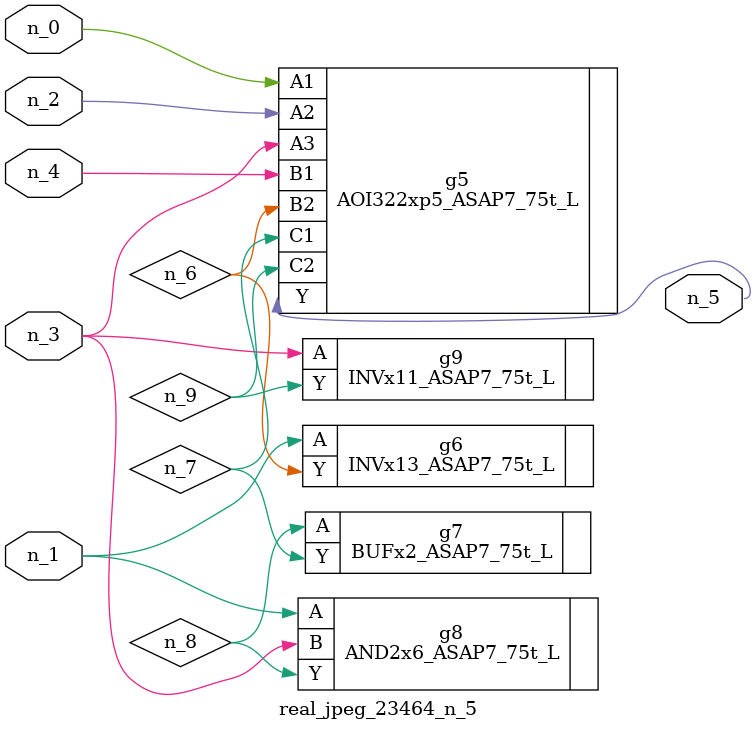
<source format=v>
module real_jpeg_23464_n_5 (n_4, n_0, n_1, n_2, n_3, n_5);

input n_4;
input n_0;
input n_1;
input n_2;
input n_3;

output n_5;

wire n_8;
wire n_6;
wire n_7;
wire n_9;

AOI322xp5_ASAP7_75t_L g5 ( 
.A1(n_0),
.A2(n_2),
.A3(n_3),
.B1(n_4),
.B2(n_6),
.C1(n_7),
.C2(n_9),
.Y(n_5)
);

INVx13_ASAP7_75t_L g6 ( 
.A(n_1),
.Y(n_6)
);

AND2x6_ASAP7_75t_L g8 ( 
.A(n_1),
.B(n_3),
.Y(n_8)
);

INVx11_ASAP7_75t_L g9 ( 
.A(n_3),
.Y(n_9)
);

BUFx2_ASAP7_75t_L g7 ( 
.A(n_8),
.Y(n_7)
);


endmodule
</source>
